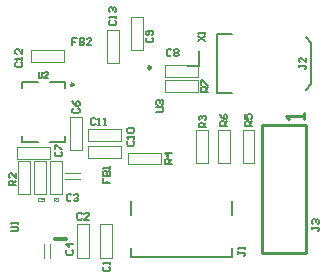
<source format=gto>
G04*
G04 #@! TF.GenerationSoftware,Altium Limited,Altium Designer,24.2.2 (26)*
G04*
G04 Layer_Color=65535*
%FSLAX25Y25*%
%MOIN*%
G70*
G04*
G04 #@! TF.SameCoordinates,0C852235-8BC0-4ED4-A074-6CA5B6053031*
G04*
G04*
G04 #@! TF.FilePolarity,Positive*
G04*
G01*
G75*
%ADD10C,0.00984*%
%ADD11C,0.01000*%
%ADD12C,0.00394*%
%ADD13C,0.00689*%
%ADD14C,0.00787*%
%ADD15C,0.01181*%
%ADD16C,0.00591*%
D10*
X50962Y70654D02*
G03*
X50962Y70654I-492J0D01*
G01*
X102673Y8909D02*
Y51429D01*
X88106Y8909D02*
X102673D01*
X88106D02*
Y51429D01*
X102673D01*
D11*
X25110Y64961D02*
G03*
X25110Y64961I-449J0D01*
G01*
X102067Y53610D02*
Y55610D01*
Y54610D01*
X96069D01*
X97069Y53610D01*
D12*
X30100Y44674D02*
X41124D01*
Y40737D02*
Y44674D01*
X30100Y40737D02*
X41124D01*
X30100D02*
Y44674D01*
X66575Y62717D02*
Y66654D01*
X55551D02*
X66575D01*
X55551Y62717D02*
Y66654D01*
Y62717D02*
X66575D01*
X81496Y49843D02*
X85433D01*
X81496Y38819D02*
Y49843D01*
Y38819D02*
X85433D01*
Y49843D01*
X77284Y38819D02*
Y49843D01*
X73347Y38819D02*
X77284D01*
X73347D02*
Y49843D01*
X77284D01*
X66024D02*
X69961D01*
X66024Y38819D02*
Y49843D01*
Y38819D02*
X69961D01*
Y49843D01*
X29950Y50174D02*
X40974D01*
Y46237D02*
Y50174D01*
X29950Y46237D02*
X40974D01*
X29950D02*
Y50174D01*
X24016Y54173D02*
X27953D01*
X24016Y43150D02*
Y54173D01*
Y43150D02*
X27953D01*
Y54173D01*
X17296Y7243D02*
Y11968D01*
X15328Y7243D02*
Y11968D01*
X17243Y28694D02*
X21180D01*
Y39717D01*
X17243D02*
X21180D01*
X17243Y28694D02*
Y39717D01*
X6181Y40354D02*
Y44291D01*
Y40354D02*
X17205D01*
Y44291D01*
X6181D02*
X17205D01*
X10866Y72677D02*
Y76614D01*
Y72677D02*
X21890D01*
Y76614D01*
X10866D02*
X21890D01*
X36343Y72194D02*
Y83217D01*
X40280D01*
Y72194D02*
Y83217D01*
X36343Y72194D02*
X40280D01*
X44449Y87638D02*
X48386D01*
X44449Y76614D02*
X44449Y87638D01*
X44449Y76614D02*
X48386D01*
X48386Y87638D01*
X55630Y67480D02*
X66654Y67480D01*
X55630Y67480D02*
X55630Y71417D01*
X66654Y71417D01*
X66654Y67480D02*
X66654Y71417D01*
X22450Y35490D02*
X27174D01*
X22450Y33521D02*
X27174D01*
X15880Y28694D02*
Y39717D01*
X11943Y28694D02*
X15880D01*
X11943D02*
Y39717D01*
X15880D01*
X10680Y28694D02*
Y39717D01*
X6743Y28694D02*
X10680D01*
X6743D02*
Y39717D01*
X10680D01*
X34140Y7394D02*
Y18417D01*
X38077D01*
Y7394D02*
Y18417D01*
X34140Y7394D02*
X38077D01*
X26343D02*
Y18417D01*
X30280D01*
Y7394D02*
Y18417D01*
X26343Y7394D02*
X30280D01*
X43400Y42374D02*
X54424D01*
Y38437D02*
Y42374D01*
X43400Y38437D02*
X54424D01*
X43400D02*
Y42374D01*
X18504Y26181D02*
Y27362D01*
X19095D01*
X19291Y27165D01*
Y26772D01*
X19095Y26575D01*
X18504D01*
X18898D02*
X19291Y26181D01*
X19685D02*
X20078D01*
X19882D01*
Y27362D01*
X19685Y27165D01*
X13976D02*
X13780Y27362D01*
X13386D01*
X13189Y27165D01*
Y26378D01*
X13386Y26181D01*
X13780D01*
X13976Y26378D01*
X15157Y27362D02*
X14370D01*
Y26772D01*
X14764Y26968D01*
X14960D01*
X15157Y26772D01*
Y26378D01*
X14960Y26181D01*
X14567D01*
X14370Y26378D01*
D13*
X72953Y81929D02*
X77874D01*
X72953Y62244D02*
X77874D01*
X72953D02*
Y81929D01*
X102480Y80945D02*
X104449Y78976D01*
Y65197D02*
Y78976D01*
X102480Y63228D02*
X104449Y65197D01*
D14*
X8125Y65748D02*
X13243D01*
X8125Y63779D02*
Y65748D01*
Y46063D02*
X13243D01*
X8125D02*
Y48031D01*
X17180Y46063D02*
X22298D01*
Y48031D01*
X17180Y65748D02*
X22298D01*
Y63779D02*
Y65748D01*
X66862Y71375D02*
Y76221D01*
X63346Y71375D02*
X66862D01*
X44372Y21429D02*
Y26350D01*
X77836Y21429D02*
Y26350D01*
X44372Y7649D02*
Y10602D01*
Y7649D02*
X77836D01*
Y10602D01*
X32481Y53543D02*
X32087Y53937D01*
X31300D01*
X30906Y53543D01*
Y51969D01*
X31300Y51575D01*
X32087D01*
X32481Y51969D01*
X33268Y51575D02*
X34055D01*
X33661D01*
Y53937D01*
X33268Y53543D01*
X35236Y51575D02*
X36023D01*
X35629D01*
Y53937D01*
X35236Y53543D01*
X52756Y55906D02*
X54724D01*
X55118Y56300D01*
Y57087D01*
X54724Y57480D01*
X52756D01*
X53150Y58268D02*
X52756Y58661D01*
Y59448D01*
X53150Y59842D01*
X53543D01*
X53937Y59448D01*
Y59055D01*
Y59448D01*
X54331Y59842D01*
X54724D01*
X55118Y59448D01*
Y58661D01*
X54724Y58268D01*
X70078Y62599D02*
X67717D01*
Y63780D01*
X68111Y64173D01*
X68898D01*
X69291Y63780D01*
Y62599D01*
Y63386D02*
X70078Y64173D01*
X67717Y64960D02*
Y66535D01*
X68111D01*
X69685Y64960D01*
X70078D01*
X100211Y71675D02*
Y70888D01*
Y71281D01*
X102178D01*
X102572Y70888D01*
Y70494D01*
X102178Y70100D01*
X102572Y74036D02*
Y72462D01*
X100998Y74036D01*
X100604D01*
X100211Y73643D01*
Y72856D01*
X100604Y72462D01*
X104725Y17717D02*
Y16929D01*
Y17323D01*
X106693D01*
X107086Y16929D01*
Y16536D01*
X106693Y16142D01*
X105118Y18504D02*
X104725Y18897D01*
Y19684D01*
X105118Y20078D01*
X105512D01*
X105905Y19684D01*
Y19291D01*
Y19684D01*
X106299Y20078D01*
X106693D01*
X107086Y19684D01*
Y18897D01*
X106693Y18504D01*
X84645Y51182D02*
X82284D01*
Y52363D01*
X82677Y52756D01*
X83465D01*
X83858Y52363D01*
Y51182D01*
Y51969D02*
X84645Y52756D01*
X82284Y55117D02*
Y53543D01*
X83465D01*
X83071Y54330D01*
Y54724D01*
X83465Y55117D01*
X84252D01*
X84645Y54724D01*
Y53937D01*
X84252Y53543D01*
X76378Y51182D02*
X74016D01*
Y52363D01*
X74410Y52756D01*
X75197D01*
X75590Y52363D01*
Y51182D01*
Y51969D02*
X76378Y52756D01*
X74016Y55117D02*
X74410Y54330D01*
X75197Y53543D01*
X75984D01*
X76378Y53937D01*
Y54724D01*
X75984Y55117D01*
X75590D01*
X75197Y54724D01*
Y53543D01*
X69291Y50788D02*
X66930D01*
Y51969D01*
X67323Y52362D01*
X68110D01*
X68504Y51969D01*
Y50788D01*
Y51575D02*
X69291Y52362D01*
X67323Y53149D02*
X66930Y53543D01*
Y54330D01*
X67323Y54724D01*
X67717D01*
X68110Y54330D01*
Y53937D01*
Y54330D01*
X68504Y54724D01*
X68897D01*
X69291Y54330D01*
Y53543D01*
X68897Y53149D01*
X43307Y46260D02*
X42914Y45867D01*
Y45080D01*
X43307Y44686D01*
X44882D01*
X45275Y45080D01*
Y45867D01*
X44882Y46260D01*
X45275Y47047D02*
Y47835D01*
Y47441D01*
X42914D01*
X43307Y47047D01*
Y49015D02*
X42914Y49409D01*
Y50196D01*
X43307Y50590D01*
X44882D01*
X45275Y50196D01*
Y49409D01*
X44882Y49015D01*
X43307D01*
X25197Y57087D02*
X24803Y56693D01*
Y55906D01*
X25197Y55512D01*
X26771D01*
X27165Y55906D01*
Y56693D01*
X26771Y57087D01*
X24803Y59448D02*
X25197Y58661D01*
X25984Y57874D01*
X26771D01*
X27165Y58267D01*
Y59055D01*
X26771Y59448D01*
X26378D01*
X25984Y59055D01*
Y57874D01*
X13478Y69252D02*
Y67612D01*
X13806Y67284D01*
X14462D01*
X14790Y67612D01*
Y69252D01*
X16758Y67284D02*
X15446D01*
X16758Y68596D01*
Y68924D01*
X16430Y69252D01*
X15774D01*
X15446Y68924D01*
X26376Y80587D02*
X24801D01*
Y79406D01*
X25588D01*
X24801D01*
Y78225D01*
X27163Y80587D02*
Y78225D01*
X28343D01*
X28737Y78619D01*
Y79012D01*
X28343Y79406D01*
X27163D01*
X28343D01*
X28737Y79799D01*
Y80193D01*
X28343Y80587D01*
X27163D01*
X31098Y78225D02*
X29524D01*
X31098Y79799D01*
Y80193D01*
X30705Y80587D01*
X29918D01*
X29524Y80193D01*
X6169Y72558D02*
X5776Y72164D01*
Y71377D01*
X6169Y70983D01*
X7744D01*
X8137Y71377D01*
Y72164D01*
X7744Y72558D01*
X8137Y73345D02*
Y74132D01*
Y73738D01*
X5776D01*
X6169Y73345D01*
X8137Y76887D02*
Y75313D01*
X6563Y76887D01*
X6169D01*
X5776Y76493D01*
Y75706D01*
X6169Y75313D01*
X37402Y86418D02*
X37008Y86024D01*
Y85237D01*
X37402Y84843D01*
X38976D01*
X39370Y85237D01*
Y86024D01*
X38976Y86418D01*
X39370Y87205D02*
Y87992D01*
Y87599D01*
X37008D01*
X37402Y87205D01*
Y89173D02*
X37008Y89566D01*
Y90354D01*
X37402Y90747D01*
X37795D01*
X38189Y90354D01*
Y89960D01*
Y90354D01*
X38583Y90747D01*
X38976D01*
X39370Y90354D01*
Y89566D01*
X38976Y89173D01*
X49606Y80709D02*
X49213Y80315D01*
Y79528D01*
X49606Y79135D01*
X51181D01*
X51574Y79528D01*
Y80315D01*
X51181Y80709D01*
Y81496D02*
X51574Y81889D01*
Y82677D01*
X51181Y83070D01*
X49606D01*
X49213Y82677D01*
Y81889D01*
X49606Y81496D01*
X50000D01*
X50394Y81889D01*
Y83070D01*
X66536Y79528D02*
X68897Y81102D01*
X66536D02*
X68897Y79528D01*
Y81889D02*
Y82677D01*
Y82283D01*
X66536D01*
X66929Y81889D01*
X57874Y38583D02*
X55512D01*
Y39764D01*
X55906Y40158D01*
X56693D01*
X57086Y39764D01*
Y38583D01*
Y39371D02*
X57874Y40158D01*
Y42125D02*
X55512D01*
X56693Y40945D01*
Y42519D01*
X79922Y9449D02*
Y8662D01*
Y9055D01*
X81889D01*
X82283Y8662D01*
Y8268D01*
X81889Y7875D01*
X82283Y10236D02*
Y11023D01*
Y10629D01*
X79922D01*
X80315Y10236D01*
X35040Y33859D02*
Y32284D01*
X36220D01*
Y33072D01*
Y32284D01*
X37401D01*
X35040Y34646D02*
X37401D01*
Y35827D01*
X37008Y36220D01*
X36614D01*
X36220Y35827D01*
Y34646D01*
Y35827D01*
X35827Y36220D01*
X35433D01*
X35040Y35827D01*
Y34646D01*
X37401Y37007D02*
Y37794D01*
Y37401D01*
X35040D01*
X35433Y37007D01*
X57786Y76473D02*
X57393Y76867D01*
X56605D01*
X56212Y76473D01*
Y74899D01*
X56605Y74506D01*
X57393D01*
X57786Y74899D01*
X58573Y76473D02*
X58967Y76867D01*
X59754D01*
X60148Y76473D01*
Y76080D01*
X59754Y75686D01*
X60148Y75293D01*
Y74899D01*
X59754Y74506D01*
X58967D01*
X58573Y74899D01*
Y75293D01*
X58967Y75686D01*
X58573Y76080D01*
Y76473D01*
X58967Y75686D02*
X59754D01*
D15*
X19109Y13516D02*
X22520D01*
D16*
X22910Y9972D02*
X22516Y9578D01*
Y8791D01*
X22910Y8397D01*
X24484D01*
X24878Y8791D01*
Y9578D01*
X24484Y9972D01*
X24878Y11939D02*
X22516D01*
X23697Y10759D01*
Y12333D01*
X19351Y42697D02*
X18957Y42303D01*
Y41516D01*
X19351Y41123D01*
X20925D01*
X21318Y41516D01*
Y42303D01*
X20925Y42697D01*
X18957Y43484D02*
Y45058D01*
X19351D01*
X20925Y43484D01*
X21318D01*
X4331Y16142D02*
X6299D01*
X6692Y16536D01*
Y17323D01*
X6299Y17717D01*
X4331D01*
X6692Y18504D02*
Y19291D01*
Y18897D01*
X4331D01*
X4725Y18504D01*
X5905Y31497D02*
X3544D01*
Y32677D01*
X3937Y33071D01*
X4724D01*
X5118Y32677D01*
Y31497D01*
Y32284D02*
X5905Y33071D01*
Y35432D02*
Y33858D01*
X4331Y35432D01*
X3937D01*
X3544Y35039D01*
Y34252D01*
X3937Y33858D01*
X24410Y28149D02*
X24016Y28543D01*
X23229D01*
X22835Y28149D01*
Y26575D01*
X23229Y26182D01*
X24016D01*
X24410Y26575D01*
X25197Y28149D02*
X25590Y28543D01*
X26377D01*
X26771Y28149D01*
Y27756D01*
X26377Y27362D01*
X25984D01*
X26377D01*
X26771Y26969D01*
Y26575D01*
X26377Y26182D01*
X25590D01*
X25197Y26575D01*
X27874Y22008D02*
X27481Y22401D01*
X26693D01*
X26300Y22008D01*
Y20433D01*
X26693Y20040D01*
X27481D01*
X27874Y20433D01*
X30236Y20040D02*
X28661D01*
X30236Y21614D01*
Y22008D01*
X29842Y22401D01*
X29055D01*
X28661Y22008D01*
X35433Y4331D02*
X35040Y3937D01*
Y3150D01*
X35433Y2756D01*
X37008D01*
X37401Y3150D01*
Y3937D01*
X37008Y4331D01*
X37401Y5118D02*
Y5905D01*
Y5511D01*
X35040D01*
X35433Y5118D01*
M02*

</source>
